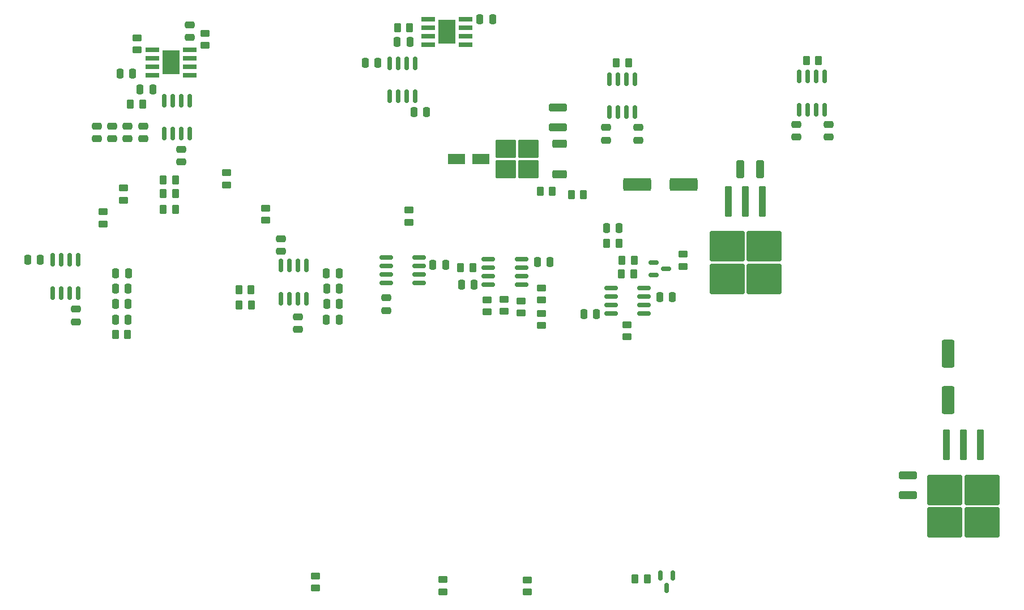
<source format=gbr>
%TF.GenerationSoftware,KiCad,Pcbnew,7.0.2*%
%TF.CreationDate,2023-07-19T18:14:24-04:00*%
%TF.ProjectId,basic_pid,62617369-635f-4706-9964-2e6b69636164,rev?*%
%TF.SameCoordinates,Original*%
%TF.FileFunction,Paste,Top*%
%TF.FilePolarity,Positive*%
%FSLAX46Y46*%
G04 Gerber Fmt 4.6, Leading zero omitted, Abs format (unit mm)*
G04 Created by KiCad (PCBNEW 7.0.2) date 2023-07-19 18:14:24*
%MOMM*%
%LPD*%
G01*
G04 APERTURE LIST*
G04 Aperture macros list*
%AMRoundRect*
0 Rectangle with rounded corners*
0 $1 Rounding radius*
0 $2 $3 $4 $5 $6 $7 $8 $9 X,Y pos of 4 corners*
0 Add a 4 corners polygon primitive as box body*
4,1,4,$2,$3,$4,$5,$6,$7,$8,$9,$2,$3,0*
0 Add four circle primitives for the rounded corners*
1,1,$1+$1,$2,$3*
1,1,$1+$1,$4,$5*
1,1,$1+$1,$6,$7*
1,1,$1+$1,$8,$9*
0 Add four rect primitives between the rounded corners*
20,1,$1+$1,$2,$3,$4,$5,0*
20,1,$1+$1,$4,$5,$6,$7,0*
20,1,$1+$1,$6,$7,$8,$9,0*
20,1,$1+$1,$8,$9,$2,$3,0*%
G04 Aperture macros list end*
%ADD10RoundRect,0.250000X-0.475000X0.250000X-0.475000X-0.250000X0.475000X-0.250000X0.475000X0.250000X0*%
%ADD11RoundRect,0.250000X0.475000X-0.250000X0.475000X0.250000X-0.475000X0.250000X-0.475000X-0.250000X0*%
%ADD12RoundRect,0.250000X0.250000X0.475000X-0.250000X0.475000X-0.250000X-0.475000X0.250000X-0.475000X0*%
%ADD13RoundRect,0.250000X-0.250000X-0.475000X0.250000X-0.475000X0.250000X0.475000X-0.250000X0.475000X0*%
%ADD14RoundRect,0.150000X-0.150000X0.825000X-0.150000X-0.825000X0.150000X-0.825000X0.150000X0.825000X0*%
%ADD15RoundRect,0.250000X0.262500X0.450000X-0.262500X0.450000X-0.262500X-0.450000X0.262500X-0.450000X0*%
%ADD16RoundRect,0.250000X0.450000X-0.262500X0.450000X0.262500X-0.450000X0.262500X-0.450000X-0.262500X0*%
%ADD17RoundRect,0.250000X-1.100000X0.325000X-1.100000X-0.325000X1.100000X-0.325000X1.100000X0.325000X0*%
%ADD18RoundRect,0.250000X-0.700000X1.825000X-0.700000X-1.825000X0.700000X-1.825000X0.700000X1.825000X0*%
%ADD19RoundRect,0.150000X-0.587500X-0.150000X0.587500X-0.150000X0.587500X0.150000X-0.587500X0.150000X0*%
%ADD20RoundRect,0.250000X-0.262500X-0.450000X0.262500X-0.450000X0.262500X0.450000X-0.262500X0.450000X0*%
%ADD21RoundRect,0.250000X-0.450000X0.262500X-0.450000X-0.262500X0.450000X-0.262500X0.450000X0.262500X0*%
%ADD22RoundRect,0.250000X1.050000X0.550000X-1.050000X0.550000X-1.050000X-0.550000X1.050000X-0.550000X0*%
%ADD23R,2.032000X0.660400*%
%ADD24R,2.540000X3.556000*%
%ADD25RoundRect,0.150000X-0.825000X-0.150000X0.825000X-0.150000X0.825000X0.150000X-0.825000X0.150000X0*%
%ADD26RoundRect,0.250000X-0.300000X2.050000X-0.300000X-2.050000X0.300000X-2.050000X0.300000X2.050000X0*%
%ADD27RoundRect,0.250000X-2.375000X2.025000X-2.375000X-2.025000X2.375000X-2.025000X2.375000X2.025000X0*%
%ADD28RoundRect,0.150000X-0.150000X0.587500X-0.150000X-0.587500X0.150000X-0.587500X0.150000X0.587500X0*%
%ADD29RoundRect,0.250000X0.325000X1.100000X-0.325000X1.100000X-0.325000X-1.100000X0.325000X-1.100000X0*%
%ADD30RoundRect,0.250000X0.850000X0.350000X-0.850000X0.350000X-0.850000X-0.350000X0.850000X-0.350000X0*%
%ADD31RoundRect,0.250000X1.275000X1.125000X-1.275000X1.125000X-1.275000X-1.125000X1.275000X-1.125000X0*%
%ADD32RoundRect,0.250000X1.825000X0.700000X-1.825000X0.700000X-1.825000X-0.700000X1.825000X-0.700000X0*%
%ADD33RoundRect,0.250000X1.100000X-0.325000X1.100000X0.325000X-1.100000X0.325000X-1.100000X-0.325000X0*%
G04 APERTURE END LIST*
D10*
%TO.C,C22*%
X147189785Y-79214186D03*
X147189785Y-81114186D03*
%TD*%
%TO.C,C28*%
X198120000Y-50866000D03*
X198120000Y-52766000D03*
%TD*%
D11*
%TO.C,C29*%
X221742000Y-52324000D03*
X221742000Y-50424000D03*
%TD*%
D12*
%TO.C,C36*%
X122529912Y-42780399D03*
X120629912Y-42780399D03*
%TD*%
D13*
%TO.C,C1*%
X193324556Y-65888588D03*
X195224556Y-65888588D03*
%TD*%
%TO.C,C30*%
X164571330Y-48543772D03*
X166471330Y-48543772D03*
%TD*%
D14*
%TO.C,U7*%
X164743107Y-41255715D03*
X163473107Y-41255715D03*
X162203107Y-41255715D03*
X160933107Y-41255715D03*
X160933107Y-46205715D03*
X162203107Y-46205715D03*
X163473107Y-46205715D03*
X164743107Y-46205715D03*
%TD*%
D15*
%TO.C,R20*%
X128904874Y-60765575D03*
X127079874Y-60765575D03*
%TD*%
D13*
%TO.C,C4*%
X119950490Y-75016237D03*
X121850490Y-75016237D03*
%TD*%
%TO.C,C31*%
X157271330Y-41177772D03*
X159171330Y-41177772D03*
%TD*%
D14*
%TO.C,U12*%
X131040539Y-46873999D03*
X129770539Y-46873999D03*
X128500539Y-46873999D03*
X127230539Y-46873999D03*
X127230539Y-51823999D03*
X128500539Y-51823999D03*
X129770539Y-51823999D03*
X131040539Y-51823999D03*
%TD*%
D16*
%TO.C,R28*%
X204791002Y-71661088D03*
X204791002Y-69836088D03*
%TD*%
D17*
%TO.C,C25*%
X238400000Y-102950000D03*
X238400000Y-105900000D03*
%TD*%
D16*
%TO.C,R29*%
X136551318Y-59463248D03*
X136551318Y-57638248D03*
%TD*%
D13*
%TO.C,C9*%
X151482846Y-72675380D03*
X153382846Y-72675380D03*
%TD*%
D18*
%TO.C,C33*%
X244374513Y-84682000D03*
X244374513Y-91632000D03*
%TD*%
D16*
%TO.C,R4*%
X196410057Y-82206272D03*
X196410057Y-80381272D03*
%TD*%
D19*
%TO.C,U1*%
X200357500Y-71059000D03*
X200357500Y-72959000D03*
X202232500Y-72009000D03*
%TD*%
D10*
%TO.C,C12*%
X121715637Y-50644852D03*
X121715637Y-52544852D03*
%TD*%
D20*
%TO.C,R34*%
X223219000Y-40894000D03*
X225044000Y-40894000D03*
%TD*%
D21*
%TO.C,R13*%
X163820390Y-63250847D03*
X163820390Y-65075847D03*
%TD*%
D15*
%TO.C,R1*%
X197485000Y-70739000D03*
X195660000Y-70739000D03*
%TD*%
D13*
%TO.C,C15*%
X189941612Y-78752855D03*
X191841612Y-78752855D03*
%TD*%
D10*
%TO.C,C40*%
X129785632Y-54116256D03*
X129785632Y-56016256D03*
%TD*%
D22*
%TO.C,C44*%
X174542000Y-55626000D03*
X170942000Y-55626000D03*
%TD*%
D16*
%TO.C,R23*%
X123190000Y-37441500D03*
X123190000Y-39266500D03*
%TD*%
D20*
%TO.C,R2*%
X197626000Y-118394000D03*
X199451000Y-118394000D03*
%TD*%
%TO.C,R9*%
X171531988Y-71886973D03*
X173356988Y-71886973D03*
%TD*%
D23*
%TO.C,U13*%
X131040539Y-43063999D03*
X131040539Y-41793999D03*
X131040539Y-40523999D03*
X131040539Y-39253999D03*
X125452539Y-39253999D03*
X125452539Y-40523999D03*
X125452539Y-41793999D03*
X125452539Y-43063999D03*
D24*
X128246539Y-41158999D03*
%TD*%
D15*
%TO.C,R15*%
X163910050Y-35931061D03*
X162085050Y-35931061D03*
%TD*%
D25*
%TO.C,U10*%
X160404000Y-70358000D03*
X160404000Y-71628000D03*
X160404000Y-72898000D03*
X160404000Y-74168000D03*
X165354000Y-74168000D03*
X165354000Y-72898000D03*
X165354000Y-71628000D03*
X165354000Y-70358000D03*
%TD*%
D16*
%TO.C,R10*%
X183628521Y-74883000D03*
X183628521Y-76708000D03*
%TD*%
D26*
%TO.C,U15*%
X249241513Y-98360000D03*
X246701513Y-98360000D03*
D27*
X249476513Y-105085000D03*
X243926513Y-105085000D03*
X249476513Y-109935000D03*
X243926513Y-109935000D03*
D26*
X244161513Y-98360000D03*
%TD*%
D25*
%TO.C,U5*%
X194015347Y-74939710D03*
X194015347Y-76209710D03*
X194015347Y-77479710D03*
X194015347Y-78749710D03*
X198965347Y-78749710D03*
X198965347Y-77479710D03*
X198965347Y-76209710D03*
X198965347Y-74939710D03*
%TD*%
D13*
%TO.C,C2*%
X119920822Y-79616208D03*
X121820822Y-79616208D03*
%TD*%
%TO.C,C8*%
X151486890Y-74994304D03*
X153386890Y-74994304D03*
%TD*%
%TO.C,C3*%
X119937282Y-77281078D03*
X121837282Y-77281078D03*
%TD*%
%TO.C,C6*%
X151472514Y-79619652D03*
X153372514Y-79619652D03*
%TD*%
D10*
%TO.C,C10*%
X117156038Y-50644852D03*
X117156038Y-52544852D03*
%TD*%
D16*
%TO.C,R18*%
X121158000Y-61769000D03*
X121158000Y-59944000D03*
%TD*%
D15*
%TO.C,R32*%
X185231020Y-60415319D03*
X183406020Y-60415319D03*
%TD*%
D10*
%TO.C,C34*%
X226568000Y-50424000D03*
X226568000Y-52324000D03*
%TD*%
%TO.C,C11*%
X119423514Y-50644852D03*
X119423514Y-52544852D03*
%TD*%
D12*
%TO.C,C43*%
X125511875Y-45174552D03*
X123611875Y-45174552D03*
%TD*%
D10*
%TO.C,C23*%
X144633302Y-67528119D03*
X144633302Y-69428119D03*
%TD*%
D15*
%TO.C,R14*%
X121746574Y-81848528D03*
X119921574Y-81848528D03*
%TD*%
D13*
%TO.C,C14*%
X201288358Y-76214741D03*
X203188358Y-76214741D03*
%TD*%
D20*
%TO.C,R33*%
X194818000Y-41214000D03*
X196643000Y-41214000D03*
%TD*%
D21*
%TO.C,R27*%
X118104184Y-63495367D03*
X118104184Y-65320367D03*
%TD*%
D16*
%TO.C,R24*%
X181526556Y-120388090D03*
X181526556Y-118563090D03*
%TD*%
D10*
%TO.C,C13*%
X124068857Y-50655314D03*
X124068857Y-52555314D03*
%TD*%
D13*
%TO.C,C17*%
X171675343Y-74422000D03*
X173575343Y-74422000D03*
%TD*%
D12*
%TO.C,C38*%
X163939872Y-38064769D03*
X162039872Y-38064769D03*
%TD*%
D11*
%TO.C,C35*%
X193294000Y-52766000D03*
X193294000Y-50866000D03*
%TD*%
D20*
%TO.C,R16*%
X138403651Y-77441179D03*
X140228651Y-77441179D03*
%TD*%
D14*
%TO.C,U11*%
X114357857Y-70674542D03*
X113087857Y-70674542D03*
X111817857Y-70674542D03*
X110547857Y-70674542D03*
X110547857Y-75624542D03*
X111817857Y-75624542D03*
X113087857Y-75624542D03*
X114357857Y-75624542D03*
%TD*%
D13*
%TO.C,C27*%
X106821027Y-70654882D03*
X108721027Y-70654882D03*
%TD*%
%TO.C,C5*%
X119957344Y-72734573D03*
X121857344Y-72734573D03*
%TD*%
D15*
%TO.C,R30*%
X189888500Y-60960000D03*
X188063500Y-60960000D03*
%TD*%
D20*
%TO.C,R17*%
X138376980Y-75144498D03*
X140201980Y-75144498D03*
%TD*%
D10*
%TO.C,C37*%
X131037208Y-35534266D03*
X131037208Y-37434266D03*
%TD*%
D14*
%TO.C,U9*%
X148474003Y-71553337D03*
X147204003Y-71553337D03*
X145934003Y-71553337D03*
X144664003Y-71553337D03*
X144664003Y-76503337D03*
X145934003Y-76503337D03*
X147204003Y-76503337D03*
X148474003Y-76503337D03*
%TD*%
D11*
%TO.C,C21*%
X160388639Y-78277554D03*
X160388639Y-76377554D03*
%TD*%
D16*
%TO.C,R11*%
X183628521Y-80518000D03*
X183628521Y-78693000D03*
%TD*%
D14*
%TO.C,U4*%
X225933000Y-43245000D03*
X224663000Y-43245000D03*
X223393000Y-43245000D03*
X222123000Y-43245000D03*
X222123000Y-48195000D03*
X223393000Y-48195000D03*
X224663000Y-48195000D03*
X225933000Y-48195000D03*
%TD*%
D15*
%TO.C,R19*%
X128921050Y-63093340D03*
X127096050Y-63093340D03*
%TD*%
D28*
%TO.C,U2*%
X203261000Y-117886000D03*
X201361000Y-117886000D03*
X202311000Y-119761000D03*
%TD*%
D16*
%TO.C,R25*%
X142394771Y-64770000D03*
X142394771Y-62945000D03*
%TD*%
D13*
%TO.C,C7*%
X151486890Y-77278515D03*
X153386890Y-77278515D03*
%TD*%
D12*
%TO.C,C39*%
X176306175Y-34668646D03*
X174406175Y-34668646D03*
%TD*%
D15*
%TO.C,R3*%
X195198784Y-68208047D03*
X193373784Y-68208047D03*
%TD*%
D13*
%TO.C,C16*%
X182998521Y-71044749D03*
X184898521Y-71044749D03*
%TD*%
D29*
%TO.C,C24*%
X216310000Y-57150000D03*
X213360000Y-57150000D03*
%TD*%
D15*
%TO.C,R22*%
X123989447Y-47365468D03*
X122164447Y-47365468D03*
%TD*%
D10*
%TO.C,C26*%
X114054319Y-78050749D03*
X114054319Y-79950749D03*
%TD*%
D30*
%TO.C,U16*%
X186285914Y-57852853D03*
D31*
X181660914Y-57097853D03*
X181660914Y-54047853D03*
X178310914Y-57097853D03*
X178310914Y-54047853D03*
D30*
X186285914Y-53292853D03*
%TD*%
D16*
%TO.C,R6*%
X180594000Y-78636500D03*
X180594000Y-76811500D03*
%TD*%
D32*
%TO.C,C32*%
X204900000Y-59400000D03*
X197950000Y-59400000D03*
%TD*%
D20*
%TO.C,R5*%
X197413847Y-72767739D03*
X195588847Y-72767739D03*
%TD*%
D33*
%TO.C,C42*%
X186068098Y-50830458D03*
X186068098Y-47880458D03*
%TD*%
D25*
%TO.C,U6*%
X175685406Y-70576901D03*
X175685406Y-71846901D03*
X175685406Y-73116901D03*
X175685406Y-74386901D03*
X180635406Y-74386901D03*
X180635406Y-73116901D03*
X180635406Y-71846901D03*
X180635406Y-70576901D03*
%TD*%
D16*
%TO.C,R26*%
X168910000Y-120336220D03*
X168910000Y-118511220D03*
%TD*%
%TO.C,R7*%
X175514000Y-78486000D03*
X175514000Y-76661000D03*
%TD*%
D26*
%TO.C,U14*%
X216662000Y-61946000D03*
X214122000Y-61946000D03*
D27*
X216897000Y-68671000D03*
X211347000Y-68671000D03*
X216897000Y-73521000D03*
X211347000Y-73521000D03*
D26*
X211582000Y-61946000D03*
%TD*%
D14*
%TO.C,U3*%
X197612000Y-43630000D03*
X196342000Y-43630000D03*
X195072000Y-43630000D03*
X193802000Y-43630000D03*
X193802000Y-48580000D03*
X195072000Y-48580000D03*
X196342000Y-48580000D03*
X197612000Y-48580000D03*
%TD*%
D21*
%TO.C,R12*%
X149860000Y-117959500D03*
X149860000Y-119784500D03*
%TD*%
D20*
%TO.C,R21*%
X127078976Y-58745812D03*
X128903976Y-58745812D03*
%TD*%
D13*
%TO.C,C20*%
X167394283Y-71452427D03*
X169294283Y-71452427D03*
%TD*%
D23*
%TO.C,U8*%
X172300512Y-38469772D03*
X172300512Y-37199772D03*
X172300512Y-35929772D03*
X172300512Y-34659772D03*
X166712512Y-34659772D03*
X166712512Y-35929772D03*
X166712512Y-37199772D03*
X166712512Y-38469772D03*
D24*
X169506512Y-36564772D03*
%TD*%
D16*
%TO.C,R8*%
X178054000Y-78382500D03*
X178054000Y-76557500D03*
%TD*%
%TO.C,R31*%
X133343552Y-38588712D03*
X133343552Y-36763712D03*
%TD*%
M02*

</source>
